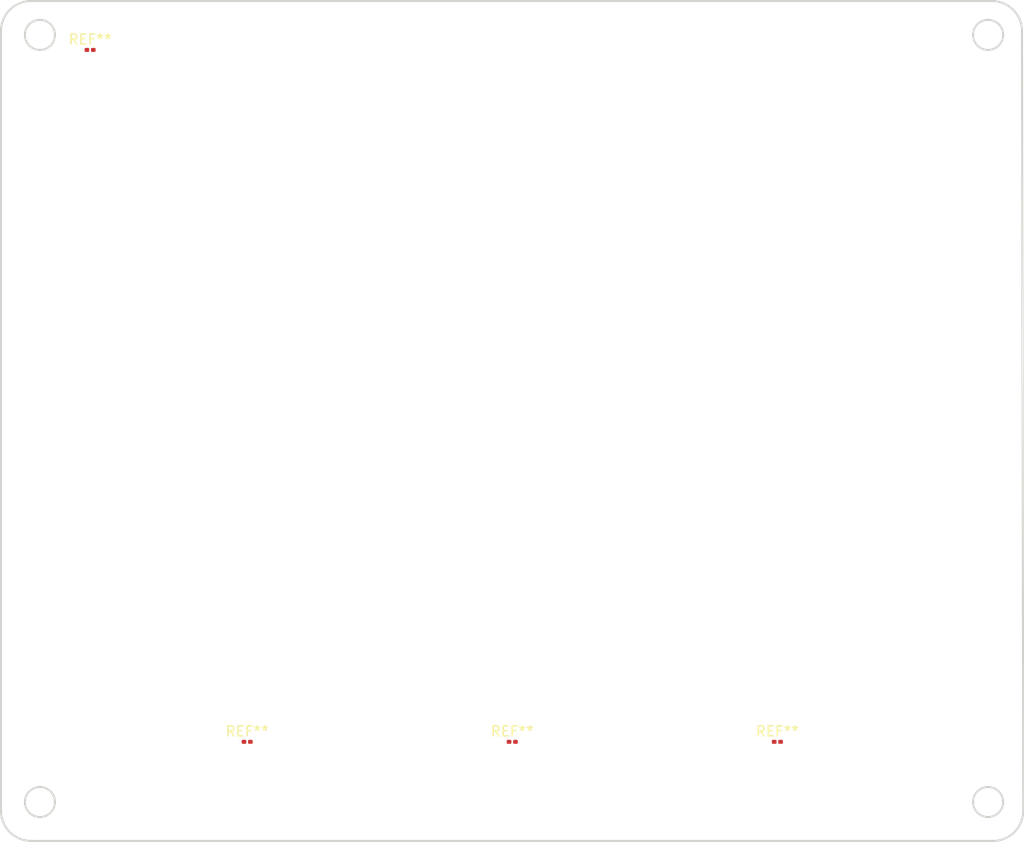
<source format=kicad_pcb>
(kicad_pcb (version 20240108) (generator "pcbnew") (generator_version "8.0")
  (layers (0 "F.Cu" signal) (31 "B.Cu" signal) (34 "B.Paste" user) (35 "F.Paste" user) (36 "B.SilkS" user "B.Silkscreen") (37 "F.SilkS" user "F.Silkscreen") (38 "B.Mask" user) (39 "F.Mask" user) (44 "Edge.Cuts" user))
  (net 0 "")
  (footprint "Resistor_SMD:R_0201_0603Metric" (layer "F.Cu") (at 186.5 100.5)
    (property "Reference" "REF**" (at 0 -1.05 0) (layer "F.SilkS"))
    (property "Value" "R_0201_0603Metric")
    (pad "1" smd roundrect (at -0.32 0) (size 0.46 0.4) (layers "F.Cu" "F.Mask"))
    (pad "2" smd roundrect (at 0.32 0) (size 0.46 0.4) (layers "F.Cu" "F.Mask"))
  )
  (footprint "Resistor_SMD:R_0201_0603Metric" (layer "F.Cu") (at 118 31.5)
    (property "Reference" "REF**" (at 0 -1.05 0) (layer "F.SilkS"))
    (property "Value" "R_0201_0603Metric")
    (pad "1" smd roundrect (at -0.32 0) (size 0.46 0.4) (layers "F.Cu" "F.Mask"))
    (pad "2" smd roundrect (at 0.32 0) (size 0.46 0.4) (layers "F.Cu" "F.Mask"))
  )
  (footprint "Resistor_SMD:R_0201_0603Metric" (layer "F.Cu") (at 160.0775 100.5)
    (property "Reference" "REF**" (at 0 -1.05 0) (layer "F.SilkS"))
    (property "Value" "R_0201_0603Metric")
    (pad "1" smd roundrect (at -0.32 0) (size 0.46 0.4) (layers "F.Cu" "F.Mask"))
    (pad "2" smd roundrect (at 0.32 0) (size 0.46 0.4) (layers "F.Cu" "F.Mask"))
  )
  (footprint "Resistor_SMD:R_0201_0603Metric" (layer "F.Cu") (at 133.655 100.5)
    (property "Reference" "REF**" (at 0 -1.05 0) (layer "F.SilkS"))
    (property "Value" "R_0201_0603Metric")
    (pad "1" smd roundrect (at -0.32 0) (size 0.46 0.4) (layers "F.Cu" "F.Mask"))
    (pad "2" smd roundrect (at 0.32 0) (size 0.46 0.4) (layers "F.Cu" "F.Mask"))
  )
  (gr_arc (start 109.12132 29.62132) (mid 110 27.5) (end 112.12132 26.62132) (stroke (width 0.2)) (layer "Edge.Cuts"))
  (gr_line (start 208 110.37868) (end 112.12132 110.37868) (stroke (width 0.2)) (layer "Edge.Cuts"))
  (gr_line (start 211 107.37868) (end 210.87868 29.62132) (stroke (width 0.2)) (layer "Edge.Cuts"))
  (gr_arc (start 207.87868 26.62132) (mid 210 27.5) (end 210.87868 29.62132) (stroke (width 0.2)) (layer "Edge.Cuts"))
  (gr_circle (center 207.5 106.5) (end 209 106.5) (stroke (width 0.2)) (fill none) (layer "Edge.Cuts"))
  (gr_line (start 112.12132 26.62132) (end 207.87868 26.62132) (stroke (width 0.2)) (layer "Edge.Cuts"))
  (gr_circle (center 113 106.5) (end 114.5 106.5) (stroke (width 0.2)) (fill none) (layer "Edge.Cuts"))
  (gr_arc (start 112.12132 110.37868) (mid 110 109.5) (end 109.12132 107.37868) (stroke (width 0.2)) (layer "Edge.Cuts"))
  (gr_circle (center 113 30) (end 114.5 30) (stroke (width 0.2)) (fill none) (layer "Edge.Cuts"))
  (gr_arc (start 211 107.37868) (mid 210.12132 109.5) (end 208 110.37868) (stroke (width 0.2)) (layer "Edge.Cuts"))
  (gr_circle (center 207.5 30) (end 209 30) (stroke (width 0.2)) (fill none) (layer "Edge.Cuts"))
  (gr_line (start 109.12132 107.37868) (end 109.12132 29.62132) (stroke (width 0.2)) (layer "Edge.Cuts"))
)
</source>
